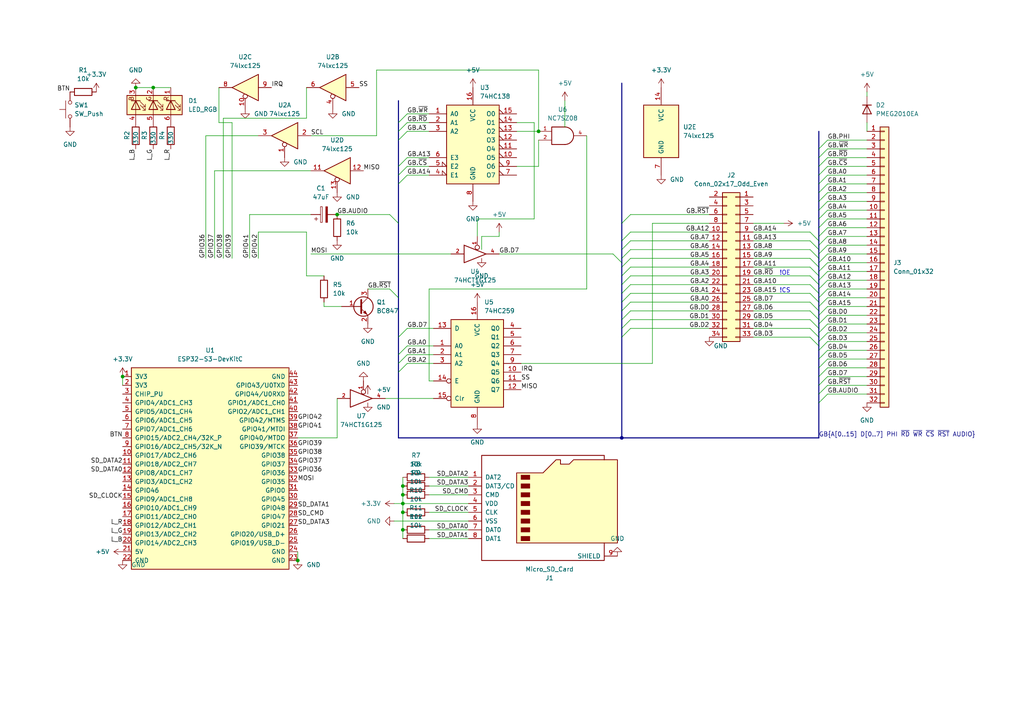
<source format=kicad_sch>
(kicad_sch (version 20211123) (generator eeschema)
  (paper "A4")
  (title_block (rev "2.0"))
  (lib_symbols
    (symbol "74xGxx:74AHC1G125" (pin_names (offset 1.016))
      (property "Reference" "U" (at -2.54 3.81 0))
      (property "Value" "74AHC1G125" (at 0 -3.81 0))
      (symbol "74AHC1G125_1_1"
        (pin input inverted (at 0 5.08 270) (length 3.81) (name "~") (number "1"))
        (pin input line (at -7.62 0 0) (length 3.81) (name "~") (number "2"))
        (pin power_in line (at 1.27 -1.27 270) (length 0) hide (name "GND") (number "3"))
        (pin tri_state line (at 6.35 0 180) (length 3.81) (name "~") (number "4"))
        (pin power_in line (at 1.27 1.27 90) (length 0) hide (name "VCC") (number "5"))
      )
    )
    (symbol "74xGxx:74AHCT1G08" (pin_names (offset 1.016))
      (property "Reference" "U" (at -2.54 3.81 0))
      (property "Value" "74AHCT1G08" (at 0 -3.81 0))
      (symbol "74AHCT1G08_1_1"
        (pin input line (at -7.62 1.27 0) (length 3.81) (name "~") (number "1"))
        (pin input line (at -7.62 -1.27 0) (length 3.81) (name "~") (number "2"))
        (pin power_in line (at 0 -2.54 270) (length 0) hide (name "GND") (number "3"))
        (pin output line (at 6.35 0 180) (length 3.81) (name "~") (number "4"))
        (pin power_in line (at 0 2.54 90) (length 0) hide (name "VCC") (number "5"))
      )
    )
    (symbol "74xx:74LS125" (pin_names (offset 1.016))
      (property "Reference" "U" (at 0 1.27 0))
      (property "Value" "74LS125" (at 0 -1.27 0))
      (symbol "74LS125_1_0"
        (pin input inverted (at 0 -6.35 90) (length 4.445) (name "~") (number "1"))
        (pin input line (at -7.62 0 0) (length 3.81) (name "~") (number "2"))
        (pin tri_state line (at 7.62 0 180) (length 3.81) (name "~") (number "3"))
      )
      (symbol "74LS125_2_0"
        (pin input inverted (at 0 -6.35 90) (length 4.445) (name "~") (number "4"))
        (pin input line (at -7.62 0 0) (length 3.81) (name "~") (number "5"))
        (pin tri_state line (at 7.62 0 180) (length 3.81) (name "~") (number "6"))
      )
      (symbol "74LS125_3_0"
        (pin input inverted (at 0 -6.35 90) (length 4.445) (name "~") (number "10"))
        (pin tri_state line (at 7.62 0 180) (length 3.81) (name "~") (number "8"))
        (pin input line (at -7.62 0 0) (length 3.81) (name "~") (number "9"))
      )
      (symbol "74LS125_4_0"
        (pin tri_state line (at 7.62 0 180) (length 3.81) (name "~") (number "11"))
        (pin input line (at -7.62 0 0) (length 3.81) (name "~") (number "12"))
        (pin input inverted (at 0 -6.35 90) (length 4.445) (name "~") (number "13"))
      )
      (symbol "74LS125_5_0"
        (pin power_in line (at 0 12.7 270) (length 5.08) (name "VCC") (number "14"))
        (pin power_in line (at 0 -12.7 90) (length 5.08) (name "GND") (number "7"))
      )
    )
    (symbol "74xx:74LS138" (pin_names (offset 1.016))
      (property "Reference" "U" (at -7.62 11.43 0))
      (property "Value" "74LS138" (at -7.62 -13.97 0))
      (symbol "74LS138_1_0"
        (pin input line (at -12.7 7.62 0) (length 5.08) (name "A0") (number "1"))
        (pin output output_low (at 12.7 -5.08 180) (length 5.08) (name "O5") (number "10"))
        (pin output output_low (at 12.7 -2.54 180) (length 5.08) (name "O4") (number "11"))
        (pin output output_low (at 12.7 0 180) (length 5.08) (name "O3") (number "12"))
        (pin output output_low (at 12.7 2.54 180) (length 5.08) (name "O2") (number "13"))
        (pin output output_low (at 12.7 5.08 180) (length 5.08) (name "O1") (number "14"))
        (pin output output_low (at 12.7 7.62 180) (length 5.08) (name "O0") (number "15"))
        (pin power_in line (at 0 15.24 270) (length 5.08) (name "VCC") (number "16"))
        (pin input line (at -12.7 5.08 0) (length 5.08) (name "A1") (number "2"))
        (pin input line (at -12.7 2.54 0) (length 5.08) (name "A2") (number "3"))
        (pin input input_low (at -12.7 -10.16 0) (length 5.08) (name "E1") (number "4"))
        (pin input input_low (at -12.7 -7.62 0) (length 5.08) (name "E2") (number "5"))
        (pin input line (at -12.7 -5.08 0) (length 5.08) (name "E3") (number "6"))
        (pin output output_low (at 12.7 -10.16 180) (length 5.08) (name "O7") (number "7"))
        (pin power_in line (at 0 -17.78 90) (length 5.08) (name "GND") (number "8"))
        (pin output output_low (at 12.7 -7.62 180) (length 5.08) (name "O6") (number "9"))
      )
    )
    (symbol "74xx:74LS259" (pin_names (offset 1.016))
      (property "Reference" "U" (at -7.62 13.97 0))
      (property "Value" "74LS259" (at -7.62 -13.97 0))
      (symbol "74LS259_1_0"
        (pin input line (at -12.7 5.08 0) (length 5.08) (name "A0") (number "1"))
        (pin output line (at 12.7 -2.54 180) (length 5.08) (name "Q5") (number "10"))
        (pin output line (at 12.7 -5.08 180) (length 5.08) (name "Q6") (number "11"))
        (pin output line (at 12.7 -7.62 180) (length 5.08) (name "Q7") (number "12"))
        (pin input line (at -12.7 10.16 0) (length 5.08) (name "D") (number "13"))
        (pin input inverted (at -12.7 -5.08 0) (length 5.08) (name "E") (number "14"))
        (pin input inverted (at -12.7 -10.16 0) (length 5.08) (name "Clr") (number "15"))
        (pin power_in line (at 0 17.78 270) (length 5.08) (name "VCC") (number "16"))
        (pin input line (at -12.7 2.54 0) (length 5.08) (name "A1") (number "2"))
        (pin input line (at -12.7 0 0) (length 5.08) (name "A2") (number "3"))
        (pin output line (at 12.7 10.16 180) (length 5.08) (name "Q0") (number "4"))
        (pin output line (at 12.7 7.62 180) (length 5.08) (name "Q1") (number "5"))
        (pin output line (at 12.7 5.08 180) (length 5.08) (name "Q2") (number "6"))
        (pin output line (at 12.7 2.54 180) (length 5.08) (name "Q3") (number "7"))
        (pin power_in line (at 0 -17.78 90) (length 5.08) (name "GND") (number "8"))
        (pin output line (at 12.7 0 180) (length 5.08) (name "Q4") (number "9"))
      )
    )
    (symbol "Connector:Micro_SD_Card" (pin_names (offset 1.016))
      (property "Reference" "J" (at -16.51 15.24 0))
      (property "Value" "Micro_SD_Card" (at 16.51 15.24 0))
      (symbol "Micro_SD_Card_1_1"
        (pin bidirectional line (at -22.86 7.62 0) (length 3.81) (name "DAT2") (number "1"))
        (pin bidirectional line (at -22.86 5.08 0) (length 3.81) (name "DAT3/CD") (number "2"))
        (pin input line (at -22.86 2.54 0) (length 3.81) (name "CMD") (number "3"))
        (pin power_in line (at -22.86 0 0) (length 3.81) (name "VDD") (number "4"))
        (pin input line (at -22.86 -2.54 0) (length 3.81) (name "CLK") (number "5"))
        (pin power_in line (at -22.86 -5.08 0) (length 3.81) (name "VSS") (number "6"))
        (pin bidirectional line (at -22.86 -7.62 0) (length 3.81) (name "DAT0") (number "7"))
        (pin bidirectional line (at -22.86 -10.16 0) (length 3.81) (name "DAT1") (number "8"))
        (pin passive line (at 20.32 -15.24 180) (length 3.81) (name "SHIELD") (number "9"))
      )
    )
    (symbol "Connector_Generic:Conn_01x32" (pin_names (offset 1.016) hide)
      (property "Reference" "J" (at 0 40.64 0))
      (property "Value" "Conn_01x32" (at 0 -43.18 0))
      (symbol "Conn_01x32_1_1"
        (pin passive line (at -5.08 38.1 0) (length 3.81) (name "Pin_1") (number "1"))
        (pin passive line (at -5.08 15.24 0) (length 3.81) (name "Pin_10") (number "10"))
        (pin passive line (at -5.08 12.7 0) (length 3.81) (name "Pin_11") (number "11"))
        (pin passive line (at -5.08 10.16 0) (length 3.81) (name "Pin_12") (number "12"))
        (pin passive line (at -5.08 7.62 0) (length 3.81) (name "Pin_13") (number "13"))
        (pin passive line (at -5.08 5.08 0) (length 3.81) (name "Pin_14") (number "14"))
        (pin passive line (at -5.08 2.54 0) (length 3.81) (name "Pin_15") (number "15"))
        (pin passive line (at -5.08 0 0) (length 3.81) (name "Pin_16") (number "16"))
        (pin passive line (at -5.08 -2.54 0) (length 3.81) (name "Pin_17") (number "17"))
        (pin passive line (at -5.08 -5.08 0) (length 3.81) (name "Pin_18") (number "18"))
        (pin passive line (at -5.08 -7.62 0) (length 3.81) (name "Pin_19") (number "19"))
        (pin passive line (at -5.08 35.56 0) (length 3.81) (name "Pin_2") (number "2"))
        (pin passive line (at -5.08 -10.16 0) (length 3.81) (name "Pin_20") (number "20"))
        (pin passive line (at -5.08 -12.7 0) (length 3.81) (name "Pin_21") (number "21"))
        (pin passive line (at -5.08 -15.24 0) (length 3.81) (name "Pin_22") (number "22"))
        (pin passive line (at -5.08 -17.78 0) (length 3.81) (name "Pin_23") (number "23"))
        (pin passive line (at -5.08 -20.32 0) (length 3.81) (name "Pin_24") (number "24"))
        (pin passive line (at -5.08 -22.86 0) (length 3.81) (name "Pin_25") (number "25"))
        (pin passive line (at -5.08 -25.4 0) (length 3.81) (name "Pin_26") (number "26"))
        (pin passive line (at -5.08 -27.94 0) (length 3.81) (name "Pin_27") (number "27"))
        (pin passive line (at -5.08 -30.48 0) (length 3.81) (name "Pin_28") (number "28"))
        (pin passive line (at -5.08 -33.02 0) (length 3.81) (name "Pin_29") (number "29"))
        (pin passive line (at -5.08 33.02 0) (length 3.81) (name "Pin_3") (number "3"))
        (pin passive line (at -5.08 -35.56 0) (length 3.81) (name "Pin_30") (number "30"))
        (pin passive line (at -5.08 -38.1 0) (length 3.81) (name "Pin_31") (number "31"))
        (pin passive line (at -5.08 -40.64 0) (length 3.81) (name "Pin_32") (number "32"))
        (pin passive line (at -5.08 30.48 0) (length 3.81) (name "Pin_4") (number "4"))
        (pin passive line (at -5.08 27.94 0) (length 3.81) (name "Pin_5") (number "5"))
        (pin passive line (at -5.08 25.4 0) (length 3.81) (name "Pin_6") (number "6"))
        (pin passive line (at -5.08 22.86 0) (length 3.81) (name "Pin_7") (number "7"))
        (pin passive line (at -5.08 20.32 0) (length 3.81) (name "Pin_8") (number "8"))
        (pin passive line (at -5.08 17.78 0) (length 3.81) (name "Pin_9") (number "9"))
      )
    )
    (symbol "Connector_Generic:Conn_02x17_Odd_Even" (pin_names (offset 1.016) hide)
      (property "Reference" "J" (at 1.27 22.86 0))
      (property "Value" "Conn_02x17_Odd_Even" (at 1.27 -22.86 0))
      (symbol "Conn_02x17_Odd_Even_1_1"
        (pin passive line (at -5.08 20.32 0) (length 3.81) (name "Pin_1") (number "1"))
        (pin passive line (at 7.62 10.16 180) (length 3.81) (name "Pin_10") (number "10"))
        (pin passive line (at -5.08 7.62 0) (length 3.81) (name "Pin_11") (number "11"))
        (pin passive line (at 7.62 7.62 180) (length 3.81) (name "Pin_12") (number "12"))
        (pin passive line (at -5.08 5.08 0) (length 3.81) (name "Pin_13") (number "13"))
        (pin passive line (at 7.62 5.08 180) (length 3.81) (name "Pin_14") (number "14"))
        (pin passive line (at -5.08 2.54 0) (length 3.81) (name "Pin_15") (number "15"))
        (pin passive line (at 7.62 2.54 180) (length 3.81) (name "Pin_16") (number "16"))
        (pin passive line (at -5.08 0 0) (length 3.81) (name "Pin_17") (number "17"))
        (pin passive line (at 7.62 0 180) (length 3.81) (name "Pin_18") (number "18"))
        (pin passive line (at -5.08 -2.54 0) (length 3.81) (name "Pin_19") (number "19"))
        (pin passive line (at 7.62 20.32 180) (length 3.81) (name "Pin_2") (number "2"))
        (pin passive line (at 7.62 -2.54 180) (length 3.81) (name "Pin_20") (number "20"))
        (pin passive line (at -5.08 -5.08 0) (length 3.81) (name "Pin_21") (number "21"))
        (pin passive line (at 7.62 -5.08 180) (length 3.81) (name "Pin_22") (number "22"))
        (pin passive line (at -5.08 -7.62 0) (length 3.81) (name "Pin_23") (number "23"))
        (pin passive line (at 7.62 -7.62 180) (length 3.81) (name "Pin_24") (number "24"))
        (pin passive line (at -5.08 -10.16 0) (length 3.81) (name "Pin_25") (number "25"))
        (pin passive line (at 7.62 -10.16 180) (length 3.81) (name "Pin_26") (number "26"))
        (pin passive line (at -5.08 -12.7 0) (length 3.81) (name "Pin_27") (number "27"))
        (pin passive line (at 7.62 -12.7 180) (length 3.81) (name "Pin_28") (number "28"))
        (pin passive line (at -5.08 -15.24 0) (length 3.81) (name "Pin_29") (number "29"))
        (pin passive line (at -5.08 17.78 0) (length 3.81) (name "Pin_3") (number "3"))
        (pin passive line (at 7.62 -15.24 180) (length 3.81) (name "Pin_30") (number "30"))
        (pin passive line (at -5.08 -17.78 0) (length 3.81) (name "Pin_31") (number "31"))
        (pin passive line (at 7.62 -17.78 180) (length 3.81) (name "Pin_32") (number "32"))
        (pin passive line (at -5.08 -20.32 0) (length 3.81) (name "Pin_33") (number "33"))
        (pin passive line (at 7.62 -20.32 180) (length 3.81) (name "Pin_34") (number "34"))
        (pin passive line (at 7.62 17.78 180) (length 3.81) (name "Pin_4") (number "4"))
        (pin passive line (at -5.08 15.24 0) (length 3.81) (name "Pin_5") (number "5"))
        (pin passive line (at 7.62 15.24 180) (length 3.81) (name "Pin_6") (number "6"))
        (pin passive line (at -5.08 12.7 0) (length 3.81) (name "Pin_7") (number "7"))
        (pin passive line (at 7.62 12.7 180) (length 3.81) (name "Pin_8") (number "8"))
        (pin passive line (at -5.08 10.16 0) (length 3.81) (name "Pin_9") (number "9"))
      )
    )
    (symbol "Device:C_Polarized" (pin_numbers hide) (pin_names (offset 0.254))
      (property "Reference" "C" (at 0.635 2.54 0))
      (property "Value" "C_Polarized" (at 0.635 -2.54 0))
      (symbol "C_Polarized_1_1"
        (pin passive line (at 0 3.81 270) (length 2.794) (name "~") (number "1"))
        (pin passive line (at 0 -3.81 90) (length 2.794) (name "~") (number "2"))
      )
    )
    (symbol "Device:D" (pin_numbers hide) (pin_names (offset 1.016) hide)
      (property "Reference" "D" (at 0 2.54 0))
      (property "Value" "D" (at 0 -2.54 0))
      (symbol "D_1_1"
        (pin passive line (at -3.81 0 0) (length 2.54) (name "K") (number "1"))
        (pin passive line (at 3.81 0 180) (length 2.54) (name "A") (number "2"))
      )
    )
    (symbol "Device:LED_RGB" (pin_names (offset 0) hide)
      (property "Reference" "D" (at 0 9.398 0))
      (property "Value" "LED_RGB" (at 0 -8.89 0))
      (symbol "LED_RGB_0_0"
        (text "B" (at -1.905 -6.35 0) (effects (font (size 1.27 1.27))))
        (text "G" (at -1.905 -1.27 0) (effects (font (size 1.27 1.27))))
        (text "R" (at -1.905 3.81 0) (effects (font (size 1.27 1.27))))
      )
      (symbol "LED_RGB_1_1"
        (pin passive line (at -5.08 5.08 0) (length 2.54) (name "RK") (number "1"))
        (pin passive line (at -5.08 0 0) (length 2.54) (name "GK") (number "2"))
        (pin passive line (at -5.08 -5.08 0) (length 2.54) (name "BK") (number "3"))
        (pin passive line (at 5.08 -5.08 180) (length 2.54) (name "BA") (number "4"))
        (pin passive line (at 5.08 0 180) (length 2.54) (name "GA") (number "5"))
        (pin passive line (at 5.08 5.08 180) (length 2.54) (name "RA") (number "6"))
      )
    )
    (symbol "Device:R" (pin_numbers hide) (pin_names (offset 0))
      (property "Reference" "R" (at 2.032 0 90))
      (property "Value" "R" (at 0 0 90))
      (symbol "R_1_1"
        (pin passive line (at 0 3.81 270) (length 1.27) (name "~") (number "1"))
        (pin passive line (at 0 -3.81 90) (length 1.27) (name "~") (number "2"))
      )
    )
    (symbol "Espressif:ESP32-S3-DevKitC" (pin_names (offset 1.016))
      (property "Reference" "U" (at -22.86 33.02 0))
      (property "Value" "ESP32-S3-DevKitC" (at -22.86 30.48 0))
      (symbol "ESP32-S3-DevKitC_0_0"
        (pin bidirectional line (at -25.4 -7.62 0) (length 2.54) (name "GPIO46") (number "14"))
        (pin bidirectional line (at -25.4 -20.32 0) (length 2.54) (name "GPIO13/ADC2_CH2") (number "19"))
        (pin power_in line (at -25.4 22.86 0) (length 2.54) (name "3V3") (number "2"))
        (pin bidirectional line (at 25.4 12.7 180) (length 2.54) (name "GPIO42/MTMS") (number "39"))
        (pin bidirectional line (at 25.4 15.24 180) (length 2.54) (name "GPIO2/ADC1_CH1") (number "40"))
        (pin bidirectional line (at 25.4 17.78 180) (length 2.54) (name "GPIO1/ADC1_CH0") (number "41"))
        (pin bidirectional line (at 25.4 20.32 180) (length 2.54) (name "GPIO44/U0RXD") (number "42"))
        (pin bidirectional line (at 25.4 22.86 180) (length 2.54) (name "GPIO43/U0TXD") (number "43"))
        (pin power_in line (at 25.4 25.4 180) (length 2.54) (name "GND") (number "44"))
      )
      (symbol "ESP32-S3-DevKitC_1_1"
        (pin power_in line (at -25.4 25.4 0) (length 2.54) (name "3V3") (number "1"))
        (pin bidirectional line (at -25.4 2.54 0) (length 2.54) (name "GPIO17/ADC2_CH6") (number "10"))
        (pin bidirectional line (at -25.4 0 0) (length 2.54) (name "GPIO18/ADC2_CH7") (number "11"))
        (pin bidirectional line (at -25.4 -2.54 0) (length 2.54) (name "GPIO8/ADC1_CH7") (number "12"))
        (pin bidirectional line (at -25.4 -5.08 0) (length 2.54) (name "GPIO3/ADC1_CH2") (number "13"))
        (pin bidirectional line (at -25.4 -10.16 0) (length 2.54) (name "GPIO9/ADC1_CH8") (number "15"))
        (pin bidirectional line (at -25.4 -12.7 0) (length 2.54) (name "GPIO10/ADC1_CH9") (number "16"))
        (pin bidirectional line (at -25.4 -15.24 0) (length 2.54) (name "GPIO11/ADC2_CH0") (number "17"))
        (pin bidirectional line (at -25.4 -17.78 0) (length 2.54) (name "GPIO12/ADC2_CH1") (number "18"))
        (pin bidirectional line (at -25.4 -22.86 0) (length 2.54) (name "GPIO14/ADC2_CH3") (number "20"))
        (pin power_in line (at -25.4 -25.4 0) (length 2.54) (name "5V") (number "21"))
        (pin power_in line (at -25.4 -27.94 0) (length 2.54) (name "GND") (number "22"))
        (pin power_in line (at 25.4 -27.94 180) (length 2.54) (name "GND") (number "23"))
        (pin power_in line (at 25.4 -25.4 180) (length 2.54) (name "GND") (number "24"))
        (pin bidirectional line (at 25.4 -22.86 180) (length 2.54) (name "GPIO19/USB_D-") (number "25"))
        (pin bidirectional line (at 25.4 -20.32 180) (length 2.54) (name "GPIO20/USB_D+") (number "26"))
        (pin bidirectional line (at 25.4 -17.78 180) (length 2.54) (name "GPIO21") (number "27"))
        (pin bidirectional line (at 25.4 -15.24 180) (length 2.54) (name "GPIO47") (number "28"))
        (pin bidirectional line (at 25.4 -12.7 180) (length 2.54) (name "GPIO48") (number "29"))
        (pin input line (at -25.4 20.32 0) (length 2.54) (name "CHIP_PU") (number "3"))
        (pin bidirectional line (at 25.4 -10.16 180) (length 2.54) (name "GPIO45") (number "30"))
        (pin bidirectional line (at 25.4 -7.62 180) (length 2.54) (name "GPIO0") (number "31"))
        (pin bidirectional line (at 25.4 -5.08 180) (length 2.54) (name "GPIO35") (number "32"))
        (pin bidirectional line (at 25.4 -2.54 180) (length 2.54) (name "GPIO36") (number "33"))
        (pin bidirectional line (at 25.4 0 180) (length 2.54) (name "GPIO37") (number "34"))
        (pin bidirectional line (at 25.4 2.54 180) (length 2.54) (name "GPIO38") (number "35"))
        (pin bidirectional line (at 25.4 5.08 180) (length 2.54) (name "GPIO39/MTCK") (number "36"))
        (pin bidirectional line (at 25.4 7.62 180) (length 2.54) (name "GPIO40/MTDO") (number "37"))
        (pin bidirectional line (at 25.4 10.16 180) (length 2.54) (name "GPIO41/MTDI") (number "38"))
        (pin bidirectional line (at -25.4 17.78 0) (length 2.54) (name "GPIO4/ADC1_CH3") (number "4"))
        (pin bidirectional line (at -25.4 15.24 0) (length 2.54) (name "GPIO5/ADC1_CH4") (number "5"))
        (pin bidirectional line (at -25.4 12.7 0) (length 2.54) (name "GPIO6/ADC1_CH5") (number "6"))
        (pin bidirectional line (at -25.4 10.16 0) (length 2.54) (name "GPIO7/ADC1_CH6") (number "7"))
        (pin bidirectional line (at -25.4 7.62 0) (length 2.54) (name "GPIO15/ADC2_CH4/32K_P") (number "8"))
        (pin bidirectional line (at -25.4 5.08 0) (length 2.54) (name "GPIO16/ADC2_CH5/32K_N") (number "9"))
      )
    )
    (symbol "Switch:SW_Push" (pin_numbers hide) (pin_names (offset 1.016) hide)
      (property "Reference" "SW" (at 1.27 2.54 0))
      (property "Value" "SW_Push" (at 0 -1.524 0))
      (symbol "SW_Push_0_1"
        (pin passive line (at -5.08 0 0) (length 2.54) (name "1") (number "1"))
        (pin passive line (at 5.08 0 180) (length 2.54) (name "2") (number "2"))
      )
    )
    (symbol "Transistor_BJT:BC847" (pin_names (offset 0) hide)
      (property "Reference" "Q" (at 5.08 1.905 0))
      (property "Value" "BC847" (at 5.08 0 0))
      (symbol "BC847_1_1"
        (pin input line (at -5.08 0 0) (length 5.715) (name "B") (number "1"))
        (pin passive line (at 2.54 -5.08 90) (length 2.54) (name "E") (number "2"))
        (pin passive line (at 2.54 5.08 270) (length 2.54) (name "C") (number "3"))
      )
    )
    (symbol "power:+3.3V" (power) (pin_names (offset 0))
      (property "Value" "+3.3V" (at 0 3.556 0))
      (symbol "+3.3V_1_1"
        (pin power_in line (at 0 0 90) (length 0) hide (name "+3.3V") (number "1"))
      )
    )
    (symbol "power:+5V" (power) (pin_names (offset 0))
      (property "Value" "+5V" (at 0 3.556 0))
      (symbol "+5V_1_1"
        (pin power_in line (at 0 0 90) (length 0) hide (name "+5V") (number "1"))
      )
    )
    (symbol "power:GND" (power) (pin_names (offset 0))
      (property "Value" "GND" (at 0 -3.81 0))
      (symbol "GND_1_1"
        (pin power_in line (at 0 0 270) (length 0) hide (name "GND") (number "1"))
      )
    )
  )
  (junction (at 44.45 25.4))
  (junction (at 116.84 140.97))
  (junction (at 180.34 127))
  (junction (at 97.79 62.23))
  (junction (at 116.84 143.51))
  (junction (at 116.84 148.59))
  (junction (at 156.21 38.1))
  (junction (at 35.56 109.22))
  (junction (at 86.36 162.56))
  (junction (at 39.37 25.4))
  (junction (at 116.84 153.67))
  (junction (at 116.84 146.05))
  (bus_entry (at 115.57 64.77) (size -2.54 -2.54))
  (bus_entry (at 115.57 48.26) (size 2.54 -2.54))
  (bus_entry (at 115.57 35.56) (size 2.54 -2.54))
  (bus_entry (at 237.49 74.93) (size -2.54 -2.54))
  (bus_entry (at 237.49 90.17) (size -2.54 -2.54))
  (bus_entry (at 237.49 50.8) (size 2.54 -2.54))
  (bus_entry (at 237.49 76.2) (size 2.54 -2.54))
  (bus_entry (at 237.49 82.55) (size -2.54 -2.54))
  (bus_entry (at 237.49 101.6) (size 2.54 -2.54))
  (bus_entry (at 115.57 97.79) (size 2.54 -2.54))
  (bus_entry (at 180.34 80.01) (size 2.54 -2.54))
  (bus_entry (at 180.34 64.77) (size 2.54 -2.54))
  (bus_entry (at 180.34 77.47) (size 2.54 -2.54))
  (bus_entry (at 237.49 69.85) (size -2.54 -2.54))
  (bus_entry (at 180.34 85.09) (size 2.54 -2.54))
  (bus_entry (at 237.49 73.66) (size 2.54 -2.54))
  (bus_entry (at 237.49 77.47) (size -2.54 -2.54))
  (bus_entry (at 237.49 83.82) (size 2.54 -2.54))
  (bus_entry (at 115.57 107.95) (size 2.54 -2.54))
  (bus_entry (at 237.49 60.96) (size 2.54 -2.54))
  (bus_entry (at 237.49 109.22) (size 2.54 -2.54))
  (bus_entry (at 237.49 99.06) (size 2.54 -2.54))
  (bus_entry (at 115.57 53.34) (size 2.54 -2.54))
  (bus_entry (at 237.49 45.72) (size 2.54 -2.54))
  (bus_entry (at 115.57 40.64) (size 2.54 -2.54))
  (bus_entry (at 237.49 100.33) (size -2.54 -2.54))
  (bus_entry (at 237.49 48.26) (size 2.54 -2.54))
  (bus_entry (at 180.34 82.55) (size 2.54 -2.54))
  (bus_entry (at 237.49 93.98) (size 2.54 -2.54))
  (bus_entry (at 237.49 87.63) (size -2.54 -2.54))
  (bus_entry (at 115.57 38.1) (size 2.54 -2.54))
  (bus_entry (at 237.49 96.52) (size 2.54 -2.54))
  (bus_entry (at 115.57 102.87) (size 2.54 -2.54))
  (bus_entry (at 237.49 97.79) (size -2.54 -2.54))
  (bus_entry (at 237.49 58.42) (size 2.54 -2.54))
  (bus_entry (at 115.57 105.41) (size 2.54 -2.54))
  (bus_entry (at 237.49 63.5) (size 2.54 -2.54))
  (bus_entry (at 180.34 72.39) (size 2.54 -2.54))
  (bus_entry (at 237.49 104.14) (size 2.54 -2.54))
  (bus_entry (at 237.49 95.25) (size -2.54 -2.54))
  (bus_entry (at 237.49 106.68) (size 2.54 -2.54))
  (bus_entry (at 237.49 92.71) (size -2.54 -2.54))
  (bus_entry (at 237.49 111.76) (size 2.54 -2.54))
  (bus_entry (at 180.34 74.93) (size 2.54 -2.54))
  (bus_entry (at 237.49 68.58) (size 2.54 -2.54))
  (bus_entry (at 237.49 43.18) (size 2.54 -2.54))
  (bus_entry (at 237.49 72.39) (size -2.54 -2.54))
  (bus_entry (at 237.49 116.84) (size 2.54 -2.54))
  (bus_entry (at 237.49 81.28) (size 2.54 -2.54))
  (bus_entry (at 237.49 88.9) (size 2.54 -2.54))
  (bus_entry (at 180.34 92.71) (size 2.54 -2.54))
  (bus_entry (at 180.34 97.79) (size 2.54 -2.54))
  (bus_entry (at 237.49 55.88) (size 2.54 -2.54))
  (bus_entry (at 237.49 85.09) (size -2.54 -2.54))
  (bus_entry (at 180.34 69.85) (size 2.54 -2.54))
  (bus_entry (at 180.34 87.63) (size 2.54 -2.54))
  (bus_entry (at 237.49 91.44) (size 2.54 -2.54))
  (bus_entry (at 237.49 86.36) (size 2.54 -2.54))
  (bus_entry (at 115.57 50.8) (size 2.54 -2.54))
  (bus_entry (at 237.49 78.74) (size 2.54 -2.54))
  (bus_entry (at 180.34 90.17) (size 2.54 -2.54))
  (bus_entry (at 180.34 95.25) (size 2.54 -2.54))
  (bus_entry (at 237.49 114.3) (size 2.54 -2.54))
  (bus_entry (at 237.49 80.01) (size -2.54 -2.54))
  (bus_entry (at 180.34 76.2) (size -2.54 -2.54))
  (bus_entry (at 237.49 71.12) (size 2.54 -2.54))
  (bus_entry (at 237.49 53.34) (size 2.54 -2.54))
  (bus_entry (at 115.57 86.36) (size -2.54 -2.54))
  (bus_entry (at 237.49 66.04) (size 2.54 -2.54))
  (bus (pts (xy 115.57 29.21) (xy 115.57 35.56)))
  (bus (pts (xy 180.34 85.09) (xy 180.34 87.63)))
  (wire (pts (xy 218.44 69.85) (xy 234.95 69.85)))
  (bus (pts (xy 237.49 50.8) (xy 237.49 53.34)))
  (wire (pts (xy 138.43 63.5) (xy 138.43 68.58)))
  (wire (pts (xy 63.5 25.4) (xy 63.5 35.56)))
  (wire (pts (xy 114.3 151.13) (xy 135.89 151.13)))
  (bus (pts (xy 237.49 88.9) (xy 237.49 90.17)))
  (wire (pts (xy 118.11 35.56) (xy 124.46 35.56)))
  (wire (pts (xy 35.56 109.22) (xy 35.56 111.76)))
  (wire (pts (xy 218.44 77.47) (xy 234.95 77.47)))
  (wire (pts (xy 124.46 110.49) (xy 125.73 110.49)))
  (bus (pts (xy 237.49 87.63) (xy 237.49 88.9)))
  (bus (pts (xy 237.49 85.09) (xy 237.49 86.36)))
  (bus (pts (xy 115.57 102.87) (xy 115.57 105.41)))
  (wire (pts (xy 116.84 148.59) (xy 116.84 153.67)))
  (wire (pts (xy 149.86 48.26) (xy 156.21 48.26)))
  (wire (pts (xy 118.11 50.8) (xy 124.46 50.8)))
  (wire (pts (xy 90.17 73.66) (xy 130.81 73.66)))
  (wire (pts (xy 124.46 148.59) (xy 135.89 148.59)))
  (wire (pts (xy 240.03 104.14) (xy 251.46 104.14)))
  (wire (pts (xy 88.9 25.4) (xy 88.9 34.29)))
  (bus (pts (xy 180.34 90.17) (xy 180.34 92.71)))
  (wire (pts (xy 240.03 60.96) (xy 251.46 60.96)))
  (bus (pts (xy 115.57 86.36) (xy 115.57 97.79)))
  (wire (pts (xy 93.98 88.9) (xy 93.98 87.63)))
  (bus (pts (xy 237.49 83.82) (xy 237.49 85.09)))
  (bus (pts (xy 115.57 53.34) (xy 115.57 64.77)))
  (bus (pts (xy 237.49 93.98) (xy 237.49 95.25)))
  (wire (pts (xy 154.94 35.56) (xy 154.94 63.5)))
  (wire (pts (xy 97.79 115.57) (xy 97.79 127)))
  (bus (pts (xy 237.49 96.52) (xy 237.49 97.79)))
  (bus (pts (xy 180.34 69.85) (xy 180.34 72.39)))
  (wire (pts (xy 116.84 143.51) (xy 116.84 146.05)))
  (bus (pts (xy 237.49 127) (xy 180.34 127)))
  (wire (pts (xy 182.88 82.55) (xy 205.74 82.55)))
  (wire (pts (xy 240.03 99.06) (xy 251.46 99.06)))
  (wire (pts (xy 114.3 146.05) (xy 116.84 146.05)))
  (wire (pts (xy 67.31 35.56) (xy 67.31 74.93)))
  (wire (pts (xy 240.03 45.72) (xy 251.46 45.72)))
  (wire (pts (xy 44.45 25.4) (xy 49.53 25.4)))
  (wire (pts (xy 116.84 138.43) (xy 116.84 140.97)))
  (wire (pts (xy 88.9 67.31) (xy 74.93 67.31)))
  (bus (pts (xy 237.49 58.42) (xy 237.49 60.96)))
  (wire (pts (xy 240.03 40.64) (xy 251.46 40.64)))
  (wire (pts (xy 240.03 114.3) (xy 251.46 114.3)))
  (wire (pts (xy 240.03 101.6) (xy 251.46 101.6)))
  (bus (pts (xy 180.34 74.93) (xy 180.34 76.2)))
  (bus (pts (xy 180.34 76.2) (xy 180.34 77.47)))
  (wire (pts (xy 90.17 39.37) (xy 109.22 39.37)))
  (bus (pts (xy 237.49 92.71) (xy 237.49 93.98)))
  (wire (pts (xy 144.78 73.66) (xy 177.8 73.66)))
  (wire (pts (xy 156.21 40.64) (xy 156.21 48.26)))
  (wire (pts (xy 182.88 69.85) (xy 205.74 69.85)))
  (wire (pts (xy 88.9 34.29) (xy 64.77 34.29)))
  (wire (pts (xy 86.36 160.02) (xy 86.36 162.56)))
  (wire (pts (xy 151.13 105.41) (xy 189.23 105.41)))
  (bus (pts (xy 237.49 101.6) (xy 237.49 104.14)))
  (wire (pts (xy 240.03 50.8) (xy 251.46 50.8)))
  (bus (pts (xy 237.49 48.26) (xy 237.49 50.8)))
  (bus (pts (xy 237.49 72.39) (xy 237.49 73.66)))
  (bus (pts (xy 237.49 86.36) (xy 237.49 87.63)))
  (wire (pts (xy 218.44 97.79) (xy 234.95 97.79)))
  (bus (pts (xy 237.49 91.44) (xy 237.49 92.71)))
  (bus (pts (xy 237.49 68.58) (xy 237.49 69.85)))
  (bus (pts (xy 115.57 35.56) (xy 115.57 38.1)))
  (bus (pts (xy 237.49 116.84) (xy 237.49 127)))
  (wire (pts (xy 118.11 102.87) (xy 125.73 102.87)))
  (wire (pts (xy 90.17 62.23) (xy 72.39 62.23)))
  (wire (pts (xy 74.93 39.37) (xy 59.69 39.37)))
  (wire (pts (xy 118.11 33.02) (xy 124.46 33.02)))
  (bus (pts (xy 180.34 97.79) (xy 180.34 127)))
  (bus (pts (xy 180.34 64.77) (xy 180.34 69.85)))
  (bus (pts (xy 237.49 77.47) (xy 237.49 78.74)))
  (wire (pts (xy 240.03 86.36) (xy 251.46 86.36)))
  (wire (pts (xy 109.22 39.37) (xy 109.22 20.32)))
  (wire (pts (xy 240.03 88.9) (xy 251.46 88.9)))
  (bus (pts (xy 237.49 99.06) (xy 237.49 100.33)))
  (wire (pts (xy 59.69 39.37) (xy 59.69 74.93)))
  (bus (pts (xy 115.57 97.79) (xy 115.57 102.87)))
  (wire (pts (xy 124.46 138.43) (xy 135.89 138.43)))
  (bus (pts (xy 180.34 95.25) (xy 180.34 97.79)))
  (wire (pts (xy 74.93 67.31) (xy 74.93 74.93)))
  (wire (pts (xy 118.11 48.26) (xy 124.46 48.26)))
  (wire (pts (xy 240.03 106.68) (xy 251.46 106.68)))
  (bus (pts (xy 115.57 64.77) (xy 115.57 86.36)))
  (bus (pts (xy 237.49 82.55) (xy 237.49 83.82)))
  (wire (pts (xy 218.44 72.39) (xy 234.95 72.39)))
  (wire (pts (xy 149.86 35.56) (xy 154.94 35.56)))
  (bus (pts (xy 180.34 92.71) (xy 180.34 95.25)))
  (wire (pts (xy 156.21 20.32) (xy 156.21 38.1)))
  (bus (pts (xy 237.49 78.74) (xy 237.49 80.01)))
  (bus (pts (xy 237.49 38.1) (xy 237.49 43.18)))
  (wire (pts (xy 63.5 35.56) (xy 67.31 35.56)))
  (wire (pts (xy 62.23 49.53) (xy 62.23 74.93)))
  (wire (pts (xy 182.88 95.25) (xy 205.74 95.25)))
  (bus (pts (xy 237.49 80.01) (xy 237.49 81.28)))
  (wire (pts (xy 218.44 87.63) (xy 234.95 87.63)))
  (bus (pts (xy 237.49 63.5) (xy 237.49 66.04)))
  (bus (pts (xy 237.49 69.85) (xy 237.49 71.12)))
  (wire (pts (xy 97.79 62.23) (xy 113.03 62.23)))
  (bus (pts (xy 237.49 73.66) (xy 237.49 74.93)))
  (bus (pts (xy 237.49 109.22) (xy 237.49 111.76)))
  (wire (pts (xy 240.03 93.98) (xy 251.46 93.98)))
  (wire (pts (xy 116.84 146.05) (xy 116.84 148.59)))
  (bus (pts (xy 180.34 80.01) (xy 180.34 82.55)))
  (wire (pts (xy 218.44 67.31) (xy 234.95 67.31)))
  (wire (pts (xy 218.44 85.09) (xy 234.95 85.09)))
  (wire (pts (xy 240.03 109.22) (xy 251.46 109.22)))
  (wire (pts (xy 182.88 72.39) (xy 205.74 72.39)))
  (wire (pts (xy 182.88 85.09) (xy 205.74 85.09)))
  (wire (pts (xy 106.68 83.82) (xy 113.03 83.82)))
  (wire (pts (xy 240.03 58.42) (xy 251.46 58.42)))
  (bus (pts (xy 237.49 45.72) (xy 237.49 48.26)))
  (wire (pts (xy 218.44 74.93) (xy 234.95 74.93)))
  (wire (pts (xy 149.86 38.1) (xy 156.21 38.1)))
  (bus (pts (xy 115.57 38.1) (xy 115.57 40.64)))
  (wire (pts (xy 144.78 67.31) (xy 144.78 68.58)))
  (wire (pts (xy 189.23 105.41) (xy 189.23 64.77)))
  (wire (pts (xy 124.46 153.67) (xy 135.89 153.67)))
  (bus (pts (xy 237.49 53.34) (xy 237.49 55.88)))
  (wire (pts (xy 182.88 67.31) (xy 205.74 67.31)))
  (wire (pts (xy 116.84 146.05) (xy 135.89 146.05)))
  (wire (pts (xy 124.46 156.21) (xy 135.89 156.21)))
  (bus (pts (xy 237.49 81.28) (xy 237.49 82.55)))
  (wire (pts (xy 240.03 73.66) (xy 251.46 73.66)))
  (wire (pts (xy 182.88 87.63) (xy 205.74 87.63)))
  (wire (pts (xy 118.11 45.72) (xy 124.46 45.72)))
  (wire (pts (xy 240.03 91.44) (xy 251.46 91.44)))
  (bus (pts (xy 237.49 90.17) (xy 237.49 91.44)))
  (wire (pts (xy 182.88 92.71) (xy 205.74 92.71)))
  (wire (pts (xy 118.11 38.1) (xy 124.46 38.1)))
  (bus (pts (xy 237.49 71.12) (xy 237.49 72.39)))
  (wire (pts (xy 240.03 81.28) (xy 251.46 81.28)))
  (wire (pts (xy 218.44 92.71) (xy 234.95 92.71)))
  (wire (pts (xy 124.46 140.97) (xy 135.89 140.97)))
  (wire (pts (xy 154.94 63.5) (xy 138.43 63.5)))
  (bus (pts (xy 237.49 114.3) (xy 237.49 116.84)))
  (wire (pts (xy 124.46 83.82) (xy 124.46 110.49)))
  (wire (pts (xy 240.03 76.2) (xy 251.46 76.2)))
  (wire (pts (xy 139.7 68.58) (xy 139.7 72.39)))
  (wire (pts (xy 240.03 43.18) (xy 251.46 43.18)))
  (wire (pts (xy 240.03 66.04) (xy 251.46 66.04)))
  (wire (pts (xy 99.06 88.9) (xy 93.98 88.9)))
  (wire (pts (xy 218.44 80.01) (xy 234.95 80.01)))
  (bus (pts (xy 237.49 66.04) (xy 237.49 68.58)))
  (wire (pts (xy 240.03 71.12) (xy 251.46 71.12)))
  (bus (pts (xy 180.34 82.55) (xy 180.34 85.09)))
  (wire (pts (xy 240.03 78.74) (xy 251.46 78.74)))
  (wire (pts (xy 240.03 48.26) (xy 251.46 48.26)))
  (wire (pts (xy 240.03 68.58) (xy 251.46 68.58)))
  (wire (pts (xy 240.03 83.82) (xy 251.46 83.82)))
  (wire (pts (xy 240.03 96.52) (xy 251.46 96.52)))
  (wire (pts (xy 97.79 127) (xy 86.36 127)))
  (bus (pts (xy 115.57 50.8) (xy 115.57 53.34)))
  (bus (pts (xy 237.49 55.88) (xy 237.49 58.42)))
  (wire (pts (xy 118.11 100.33) (xy 125.73 100.33)))
  (bus (pts (xy 115.57 40.64) (xy 115.57 48.26)))
  (wire (pts (xy 124.46 83.82) (xy 170.18 83.82)))
  (wire (pts (xy 118.11 95.25) (xy 125.73 95.25)))
  (wire (pts (xy 111.76 115.57) (xy 125.73 115.57)))
  (wire (pts (xy 39.37 25.4) (xy 44.45 25.4)))
  (bus (pts (xy 115.57 105.41) (xy 115.57 107.95)))
  (wire (pts (xy 240.03 63.5) (xy 251.46 63.5)))
  (wire (pts (xy 64.77 34.29) (xy 64.77 74.93)))
  (wire (pts (xy 218.44 82.55) (xy 234.95 82.55)))
  (bus (pts (xy 115.57 107.95) (xy 115.57 127)))
  (bus (pts (xy 237.49 104.14) (xy 237.49 106.68)))
  (wire (pts (xy 118.11 105.41) (xy 125.73 105.41)))
  (wire (pts (xy 189.23 64.77) (xy 205.74 64.77)))
  (bus (pts (xy 237.49 74.93) (xy 237.49 76.2)))
  (wire (pts (xy 90.17 49.53) (xy 62.23 49.53)))
  (wire (pts (xy 240.03 55.88) (xy 251.46 55.88)))
  (bus (pts (xy 180.34 72.39) (xy 180.34 74.93)))
  (bus (pts (xy 237.49 106.68) (xy 237.49 109.22)))
  (bus (pts (xy 237.49 100.33) (xy 237.49 101.6)))
  (wire (pts (xy 218.44 95.25) (xy 234.95 95.25)))
  (wire (pts (xy 93.98 80.01) (xy 88.9 80.01)))
  (bus (pts (xy 180.34 127) (xy 115.57 127)))
  (bus (pts (xy 237.49 76.2) (xy 237.49 77.47)))
  (wire (pts (xy 182.88 90.17) (xy 205.74 90.17)))
  (wire (pts (xy 116.84 140.97) (xy 116.84 143.51)))
  (wire (pts (xy 240.03 111.76) (xy 251.46 111.76)))
  (wire (pts (xy 124.46 143.51) (xy 135.89 143.51)))
  (bus (pts (xy 180.34 24.13) (xy 180.34 64.77)))
  (bus (pts (xy 115.57 48.26) (xy 115.57 50.8)))
  (wire (pts (xy 251.46 26.67) (xy 251.46 27.94)))
  (wire (pts (xy 116.84 153.67) (xy 116.84 156.21)))
  (wire (pts (xy 170.18 39.37) (xy 170.18 83.82)))
  (wire (pts (xy 109.22 20.32) (xy 156.21 20.32)))
  (bus (pts (xy 180.34 87.63) (xy 180.34 90.17)))
  (wire (pts (xy 182.88 74.93) (xy 205.74 74.93)))
  (wire (pts (xy 163.83 29.21) (xy 163.83 36.83)))
  (bus (pts (xy 237.49 111.76) (xy 237.49 114.3)))
  (wire (pts (xy 88.9 80.01) (xy 88.9 67.31)))
  (wire (pts (xy 182.88 80.01) (xy 205.74 80.01)))
  (wire (pts (xy 182.88 77.47) (xy 205.74 77.47)))
  (bus (pts (xy 237.49 43.18) (xy 237.49 45.72)))
  (bus (pts (xy 237.49 95.25) (xy 237.49 96.52)))
  (bus (pts (xy 237.49 60.96) (xy 237.49 63.5)))
  (wire (pts (xy 72.39 62.23) (xy 72.39 74.93)))
  (wire (pts (xy 218.44 90.17) (xy 234.95 90.17)))
  (bus (pts (xy 237.49 97.79) (xy 237.49 99.06)))
  (wire (pts (xy 144.78 68.58) (xy 139.7 68.58)))
  (wire (pts (xy 227.33 64.77) (xy 218.44 64.77)))
  (wire (pts (xy 240.03 53.34) (xy 251.46 53.34)))
  (bus (pts (xy 180.34 77.47) (xy 180.34 80.01)))
  (wire (pts (xy 182.88 62.23) (xy 205.74 62.23)))
  (wire (pts (xy 251.46 35.56) (xy 251.46 38.1)))
  (text "!OE" (at 226.06 80.01 0) (effects (font (size 1.27 1.27)) (justify left bottom)))
  (text "!CS" (at 226.06 85.09 0) (effects (font (size 1.27 1.27)) (justify left bottom)))
  (label "SD_DATA3" (at 135.89 140.97 180))
  (label "GB.A12" (at 240.03 81.28 0))
  (label "GB.A3" (at 240.03 58.42 0))
  (label "GB.A4" (at 205.74 77.47 180))
  (label "GB.A0" (at 205.74 87.63 180))
  (label "GB.A2" (at 240.03 55.88 0))
  (label "GB.A15" (at 240.03 88.9 0))
  (label "GB.~{WR}" (at 240.03 43.18 0))
  (label "MOSI" (at 90.17 73.66 0))
  (label "GB.D2" (at 205.74 95.25 180))
  (label "GB.D6" (at 240.03 106.68 0))
  (label "MISO" (at 151.13 113.03 0))
  (label "GB.PHI" (at 240.03 40.64 0))
  (label "BTN" (at 35.56 127 180))
  (label "GB.~{RD}" (at 218.44 80.01 0))
  (label "GB.A8" (at 240.03 71.12 0))
  (label "GB.A13" (at 218.44 69.85 0))
  (label "GB.~{RST}" (at 106.68 83.82 0))
  (label "GPIO42" (at 86.36 121.92 0))
  (label "GB.A11" (at 240.03 78.74 0))
  (label "GB.D5" (at 240.03 104.14 0))
  (label "GB.~{RST}" (at 205.74 62.23 180))
  (label "GB.D2" (at 240.03 96.52 0))
  (label "SS" (at 104.14 25.4 0))
  (label "GB.A13" (at 240.03 83.82 0))
  (label "GB.D5" (at 218.44 92.71 0))
  (label "SD_CLOCK" (at 135.89 148.59 180))
  (label "GB.A11" (at 218.44 77.47 0))
  (label "L_G" (at 44.45 43.18 270))
  (label "GB.A12" (at 205.74 67.31 180))
  (label "GB.A1" (at 118.11 102.87 0))
  (label "L_R" (at 35.56 152.4 180))
  (label "GB.D0" (at 205.74 90.17 180))
  (label "GB.D1" (at 205.74 92.71 180))
  (label "GB.A14" (at 218.44 67.31 0))
  (label "GB.A0" (at 118.11 100.33 0))
  (label "SD_DATA2" (at 135.89 138.43 180))
  (label "GB.A2" (at 118.11 105.41 0))
  (label "SD_DATA0" (at 35.56 137.16 180))
  (label "IRQ" (at 151.13 107.95 0))
  (label "L_B" (at 35.56 157.48 180))
  (label "GB.A14" (at 240.03 86.36 0))
  (label "GB.A13" (at 118.11 45.72 0))
  (label "SD_DATA0" (at 135.89 153.67 180))
  (label "MISO" (at 105.41 49.53 0))
  (label "GB.~{RD}" (at 118.11 35.56 0))
  (label "GB.D4" (at 240.03 101.6 0))
  (label "GPIO38" (at 64.77 74.93 90))
  (label "GB.D6" (at 218.44 90.17 0))
  (label "GB.A14" (at 118.11 50.8 0))
  (label "L_G" (at 35.56 154.94 180))
  (label "GB.D0" (at 240.03 91.44 0))
  (label "GB.~{RD}" (at 240.03 45.72 0))
  (label "SS" (at 151.13 110.49 0))
  (label "GB.A6" (at 205.74 72.39 180))
  (label "GB.A7" (at 205.74 69.85 180))
  (label "SCL" (at 90.17 39.37 0))
  (label "GB.D1" (at 240.03 93.98 0))
  (label "SD_CMD" (at 135.89 143.51 180))
  (label "SD_DATA2" (at 35.56 134.62 180))
  (label "GB.D3" (at 218.44 97.79 0))
  (label "L_B" (at 39.37 43.18 270))
  (label "SD_CMD" (at 86.36 149.86 0))
  (label "GPIO37" (at 62.23 74.93 90))
  (label "GB.A5" (at 205.74 74.93 180))
  (label "GPIO38" (at 86.36 132.08 0))
  (label "GB.D7" (at 118.11 95.25 0))
  (label "GPIO41" (at 86.36 124.46 0))
  (label "GB.A3" (at 118.11 38.1 0))
  (label "GB.D7" (at 144.78 73.66 0))
  (label "GB.A2" (at 205.74 82.55 180))
  (label "SD_DATA1" (at 86.36 147.32 0))
  (label "SD_DATA3" (at 86.36 152.4 0))
  (label "GB.AUDIO" (at 97.79 62.23 0))
  (label "GB.A0" (at 240.03 50.8 0))
  (label "GB.A9" (at 240.03 73.66 0))
  (label "GB.A1" (at 240.03 53.34 0))
  (label "GPIO42" (at 74.93 74.93 90))
  (label "GB.D7" (at 240.03 109.22 0))
  (label "SD_DATA1" (at 135.89 156.21 180))
  (label "GPIO37" (at 86.36 134.62 0))
  (label "GB.A6" (at 240.03 66.04 0))
  (label "GPIO36" (at 86.36 137.16 0))
  (label "GB.A3" (at 205.74 80.01 180))
  (label "GB.~{CS}" (at 118.11 48.26 0))
  (label "MOSI" (at 86.36 139.7 0))
  (label "GB.A5" (at 240.03 63.5 0))
  (label "GB.D7" (at 218.44 87.63 0))
  (label "GB{A[0..15] D[0..7] PHI ~{RD} ~{WR} ~{CS} ~{RST} AUDIO} " (at 237.49 127 0))
  (label "GB.~{WR}" (at 118.11 33.02 0))
  (label "GB.A10" (at 218.44 82.55 0))
  (label "BTN" (at 20.32 26.67 180))
  (label "GB.A9" (at 218.44 74.93 0))
  (label "GPIO41" (at 72.39 74.93 90))
  (label "GB.A15" (at 218.44 85.09 0))
  (label "GB.D3" (at 240.03 99.06 0))
  (label "GPIO39" (at 86.36 129.54 0))
  (label "GPIO39" (at 67.31 74.93 90))
  (label "GB.A4" (at 240.03 60.96 0))
  (label "IRQ" (at 78.74 25.4 0))
  (label "L_R" (at 49.53 43.18 270))
  (label "GB.A10" (at 240.03 76.2 0))
  (label "SD_CLOCK" (at 35.56 144.78 180))
  (label "GB.~{RST}" (at 240.03 111.76 0))
  (label "GB.D4" (at 218.44 95.25 0))
  (label "GB.A8" (at 218.44 72.39 0))
  (label "GB.A1" (at 205.74 85.09 180))
  (label "GB.AUDIO" (at 240.03 114.3 0))
  (label "GB.A7" (at 240.03 68.58 0))
  (label "GPIO36" (at 59.69 74.93 90))
  (label "GB.~{CS}" (at 240.03 48.26 0))
  (symbol (lib_id "power:GND") (at 137.16 58.42 0) (unit 1)
    (property "Reference" "#PWR015" (effects hide))
    (property "Value" "GND" (at 137.16 63.5 0))
  )
  (symbol (lib_id "power:+5V") (at 227.33 64.77 270) (unit 1)
    (property "Reference" "#PWR027" (effects hide))
    (property "Value" "+5V" (at 231.14 64.7699 90) (effects (justify left)))
  )
  (symbol (lib_id "power:+5V") (at 144.78 67.31 0) (unit 1)
    (property "Reference" "#PWR019" (effects hide))
    (property "Value" "+5V" (at 144.78 62.23 0))
  )
  (symbol (lib_id "power:GND") (at 35.56 162.56 0) (unit 1)
    (property "Reference" "#PWR0102" (effects hide))
    (property "Value" "GND" (at 38.1 163.8299 0) (effects (justify left)))
  )
  (symbol (lib_id "Espressif:ESP32-S3-DevKitC") (at 60.96 134.62 0) (unit 1)
    (property "Reference" "U1" (at 60.96 101.6 0))
    (property "Value" "ESP32-S3-DevKitC" (at 60.96 104.14 0))
    (property "Footprint" "Espressif:ESP32-S3-DevKitC" (effects hide))
  )
  (symbol (lib_id "74xx:74LS138") (at 137.16 40.64 0) (unit 1)
    (property "Reference" "U3" (at 139.1794 25.4 0) (effects (justify left)))
    (property "Value" "74HC138" (at 139.1794 27.94 0) (effects (justify left)))
    (property "Footprint" "Package_SO:SO-16_3.9x9.9mm_P1.27mm" (effects hide))
  )
  (symbol (lib_id "Device:R") (at 44.45 39.37 0) (unit 1)
    (property "Reference" "R3" (at 41.91 40.64 90) (effects (justify left)))
    (property "Value" "330" (at 44.45 41.91 90) (effects (justify left)))
    (property "Footprint" "Resistor_SMD:R_0402_1005Metric_Pad0.72x0.64mm_HandSolder" (effects hide))
  )
  (symbol (lib_id "power:GND") (at 96.52 31.75 0) (unit 1)
    (property "Reference" "#PWR08" (effects hide))
    (property "Value" "GND" (at 99.06 33.0199 0) (effects (justify left)))
  )
  (symbol (lib_id "74xx:74LS259") (at 138.43 105.41 0) (unit 1)
    (property "Reference" "U5" (at 140.4494 87.63 0) (effects (justify left)))
    (property "Value" "74HC259" (at 140.4494 90.17 0) (effects (justify left)))
    (property "Footprint" "Package_SO:SO-16_3.9x9.9mm_P1.27mm" (effects hide))
    (property "Datasheet" "http://www.ti.com/lit/gpn/sn74LS259" (effects hide))
  )
  (symbol (lib_id "power:+3.3V") (at 35.56 109.22 0) (unit 1)
    (property "Reference" "#PWR0104" (effects hide))
    (property "Value" "+3.3V" (at 35.56 104.14 0))
  )
  (symbol (lib_id "Device:R") (at 24.13 26.67 90) (unit 1)
    (property "Reference" "R1" (at 24.13 20.32 90))
    (property "Value" "10k" (at 24.13 22.86 90))
    (property "Footprint" "Resistor_SMD:R_0402_1005Metric_Pad0.72x0.64mm_HandSolder" (effects hide))
  )
  (symbol (lib_id "power:+5V") (at 106.68 114.3 0) (unit 1)
    (property "Reference" "#PWR0107" (effects hide))
    (property "Value" "+5V" (at 109.22 113.0299 0) (effects (justify left)))
  )
  (symbol (lib_id "power:GND") (at 251.46 116.84 0) (unit 1)
    (property "Reference" "#PWR030" (effects hide))
    (property "Value" "GND" (at 251.46 121.92 0))
  )
  (symbol (lib_id "Device:C_Polarized") (at 93.98 62.23 90) (unit 1)
    (property "Reference" "C1" (at 93.091 54.61 90))
    (property "Value" "47uF" (at 93.091 57.15 90))
    (property "Footprint" "Capacitor_Tantalum_SMD:CP_EIA-7343-31_Kemet-D" (effects hide))
  )
  (symbol (lib_id "Device:R") (at 39.37 39.37 0) (unit 1)
    (property "Reference" "R2" (at 36.83 40.64 90) (effects (justify left)))
    (property "Value" "330" (at 39.37 41.91 90) (effects (justify left)))
    (property "Footprint" "Resistor_SMD:R_0402_1005Metric_Pad0.72x0.64mm_HandSolder" (effects hide))
  )
  (symbol (lib_id "power:GND") (at 82.55 45.72 0) (unit 1)
    (property "Reference" "#PWR06" (effects hide))
    (property "Value" "GND" (at 85.09 46.9899 0) (effects (justify left)))
  )
  (symbol (lib_id "power:GND") (at 105.41 110.49 180) (unit 1)
    (property "Reference" "#PWR0105" (effects hide))
    (property "Value" "GND" (at 105.41 105.41 0))
  )
  (symbol (lib_id "power:GND") (at 138.43 123.19 0) (unit 1)
    (property "Reference" "#PWR017" (effects hide))
    (property "Value" "GND" (at 138.43 128.27 0))
  )
  (symbol (lib_id "Device:R") (at 120.65 156.21 90) (unit 1)
    (property "Reference" "R12" (at 120.65 149.86 90))
    (property "Value" "10k" (at 120.65 152.4 90))
    (property "Footprint" "Resistor_SMD:R_0402_1005Metric_Pad0.72x0.64mm_HandSolder" (effects hide))
  )
  (symbol (lib_id "Device:R") (at 93.98 83.82 0) (unit 1)
    (property "Reference" "R5" (at 96.52 82.5499 0) (effects (justify left)))
    (property "Value" "10k" (at 96.52 85.0899 0) (effects (justify left)))
    (property "Footprint" "Resistor_SMD:R_0402_1005Metric_Pad0.72x0.64mm_HandSolder" (effects hide))
  )
  (symbol (lib_id "Connector:Micro_SD_Card") (at 158.75 146.05 0) (unit 1)
    (property "Reference" "J1" (at 159.385 167.64 0))
    (property "Value" "Micro_SD_Card" (at 159.385 165.1 0))
    (property "Footprint" "Connector_Card:microSD_HC_Molex_47219-2001" (effects hide))
    (property "Datasheet" "http://katalog.we-online.de/em/datasheet/693072010801.pdf" (effects hide))
  )
  (symbol (lib_id "Device:R") (at 120.65 148.59 90) (unit 1)
    (property "Reference" "R10" (at 120.65 142.24 90))
    (property "Value" "10k" (at 120.65 144.78 90))
    (property "Footprint" "Resistor_SMD:R_0402_1005Metric_Pad0.72x0.64mm_HandSolder" (effects hide))
  )
  (symbol (lib_id "Device:R") (at 97.79 66.04 0) (unit 1)
    (property "Reference" "R6" (at 100.33 64.7699 0) (effects (justify left)))
    (property "Value" "10k" (at 100.33 67.3099 0) (effects (justify left)))
    (property "Footprint" "Resistor_SMD:R_0402_1005Metric_Pad0.72x0.64mm_HandSolder" (effects hide))
  )
  (symbol (lib_id "power:GND") (at 106.68 93.98 0) (unit 1)
    (property "Reference" "#PWR011" (effects hide))
    (property "Value" "GND" (at 106.68 99.06 0))
  )
  (symbol (lib_id "power:+5V") (at 35.56 160.02 90) (unit 1)
    (property "Reference" "#PWR0103" (effects hide))
    (property "Value" "+5V" (at 31.75 160.0199 90) (effects (justify left)))
  )
  (symbol (lib_id "power:+5V") (at 137.16 25.4 0) (unit 1)
    (property "Reference" "#PWR014" (effects hide))
    (property "Value" "+5V" (at 137.16 20.32 0))
  )
  (symbol (lib_id "power:GND") (at 97.79 69.85 0) (unit 1)
    (property "Reference" "#PWR010" (effects hide))
    (property "Value" "GND" (at 97.79 74.93 0))
  )
  (symbol (lib_id "74xx:74LS125") (at 191.77 38.1 0) (unit 5)
    (property "Reference" "U2" (at 198.12 36.8299 0) (effects (justify left)))
    (property "Value" "74lxc125" (at 198.12 39.3699 0) (effects (justify left)))
    (property "Footprint" "Package_SO:SO-14_3.9x8.65mm_P1.27mm" (effects hide))
    (property "Datasheet" "http://www.ti.com/lit/gpn/sn74LS125" (effects hide))
  )
  (symbol (lib_id "Device:R") (at 120.65 153.67 90) (unit 1)
    (property "Reference" "R11" (at 120.65 147.32 90))
    (property "Value" "10k" (at 120.65 149.86 90))
    (property "Footprint" "Resistor_SMD:R_0402_1005Metric_Pad0.72x0.64mm_HandSolder" (effects hide))
  )
  (symbol (lib_id "power:GND") (at 86.36 162.56 0) (unit 1)
    (property "Reference" "#PWR0101" (effects hide))
    (property "Value" "GND" (at 88.9 163.8299 0) (effects (justify left)))
  )
  (symbol (lib_id "Transistor_BJT:BC847") (at 104.14 88.9 0) (unit 1)
    (property "Reference" "Q1" (at 109.22 87.6299 0) (effects (justify left)))
    (property "Value" "BC847" (at 109.22 90.1699 0) (effects (justify left)))
    (property "Footprint" "Package_TO_SOT_SMD:SOT-23" (effects hide))
    (property "Datasheet" "http://www.infineon.com/dgdl/Infineon-BC847SERIES_BC848SERIES_BC849SERIES_BC850SERIES-DS-v01_01-en.pdf?fileId=db3a304314dca389011541d4630a1657" (effects hide))
  )
  (symbol (lib_id "power:+3.3V") (at 114.3 146.05 90) (unit 1)
    (property "Reference" "#PWR012" (effects hide))
    (property "Value" "+3.3V" (at 110.49 146.0501 90) (effects (justify left)))
  )
  (symbol (lib_id "Device:D") (at 251.46 31.75 270) (unit 1)
    (property "Reference" "D2" (at 254 30.4799 90) (effects (justify left)))
    (property "Value" "PMEG2010EA" (at 254 33.0199 90) (effects (justify left)))
    (property "Footprint" "Diode_SMD:D_SOD-323" (effects hide))
  )
  (symbol (lib_id "power:+5V") (at 138.43 87.63 0) (unit 1)
    (property "Reference" "#PWR016" (effects hide))
    (property "Value" "+5V" (at 138.43 82.55 0))
  )
  (symbol (lib_id "Switch:SW_Push") (at 20.32 31.75 90) (unit 1)
    (property "Reference" "SW1" (at 21.59 30.4799 90) (effects (justify right)))
    (property "Value" "SW_Push" (at 21.59 33.0199 90) (effects (justify right)))
    (property "Footprint" "Button_Switch_SMD:SW_SPST_FSMSM" (effects hide))
  )
  (symbol (lib_id "power:GND") (at 191.77 50.8 0) (unit 1)
    (property "Reference" "#PWR023" (effects hide))
    (property "Value" "GND" (at 194.31 52.0699 0) (effects (justify left)))
  )
  (symbol (lib_id "74xGxx:74AHC1G125") (at 138.43 73.66 0) (unit 1)
    (property "Reference" "U4" (at 137.795 78.74 0))
    (property "Value" "74HCT1G125" (at 137.795 81.28 0))
    (property "Footprint" "Package_TO_SOT_SMD:SOT-353_SC-70-5_Handsoldering" (effects hide))
  )
  (symbol (lib_id "Device:R") (at 120.65 138.43 90) (unit 1)
    (property "Reference" "R7" (at 120.65 132.08 90))
    (property "Value" "10k" (at 120.65 134.62 90))
    (property "Footprint" "Resistor_SMD:R_0402_1005Metric_Pad0.72x0.64mm_HandSolder" (effects hide))
  )
  (symbol (lib_id "74xGxx:74AHCT1G08") (at 163.83 39.37 0) (unit 1)
    (property "Reference" "U6" (at 163.195 31.75 0))
    (property "Value" "NC7SZ08" (at 163.195 34.29 0))
    (property "Footprint" "Package_TO_SOT_SMD:SOT-353_SC-70-5_Handsoldering" (effects hide))
  )
  (symbol (lib_id "power:GND") (at 114.3 151.13 270) (unit 1)
    (property "Reference" "#PWR013" (effects hide))
    (property "Value" "GND" (at 110.49 151.1301 90) (effects (justify right)))
  )
  (symbol (lib_id "74xx:74LS125") (at 96.52 25.4 0) (mirror y) (unit 2)
    (property "Reference" "U2" (at 96.52 16.51 0))
    (property "Value" "74lxc125" (at 96.52 19.05 0))
    (property "Footprint" "Package_SO:SO-14_3.9x8.65mm_P1.27mm" (effects hide))
    (property "Datasheet" "http://www.ti.com/lit/gpn/sn74LS125" (effects hide))
  )
  (symbol (lib_id "Device:R") (at 49.53 39.37 0) (unit 1)
    (property "Reference" "R4" (at 46.99 40.64 90) (effects (justify left)))
    (property "Value" "330" (at 49.53 41.91 90) (effects (justify left)))
    (property "Footprint" "Resistor_SMD:R_0402_1005Metric_Pad0.72x0.64mm_HandSolder" (effects hide))
  )
  (symbol (lib_id "power:+3.3V") (at 191.77 25.4 0) (unit 1)
    (property "Reference" "#PWR022" (effects hide))
    (property "Value" "+3.3V" (at 191.77 20.32 0))
  )
  (symbol (lib_id "power:GND") (at 139.7 74.93 0) (unit 1)
    (property "Reference" "#PWR018" (effects hide))
    (property "Value" "GND" (at 139.7 80.01 0))
  )
  (symbol (lib_id "power:+5V") (at 251.46 26.67 0) (unit 1)
    (property "Reference" "#PWR029" (effects hide))
    (property "Value" "+5V" (at 251.46 21.59 0))
  )
  (symbol (lib_id "power:+3.3V") (at 27.94 26.67 0) (unit 1)
    (property "Reference" "#PWR02" (effects hide))
    (property "Value" "+3.3V" (at 27.94 21.59 0))
  )
  (symbol (lib_id "74xx:74LS125") (at 82.55 39.37 0) (mirror y) (unit 1)
    (property "Reference" "U2" (at 82.55 30.48 0))
    (property "Value" "74lxc125" (at 82.55 33.02 0))
    (property "Footprint" "Package_SO:SO-14_3.9x8.65mm_P1.27mm" (effects hide))
    (property "Datasheet" "http://www.ti.com/lit/gpn/sn74LS125" (effects hide))
  )
  (symbol (lib_id "power:GND") (at 179.07 161.29 180) (unit 1)
    (property "Reference" "#PWR021" (effects hide))
    (property "Value" "GND" (at 179.07 156.21 0))
  )
  (symbol (lib_id "power:GND") (at 205.74 97.79 0) (unit 1)
    (property "Reference" "#PWR024" (effects hide))
    (property "Value" "GND" (at 207.01 100.33 0) (effects (justify left)))
  )
  (symbol (lib_id "Connector_Generic:Conn_01x32") (at 256.54 76.2 0) (unit 1)
    (property "Reference" "J3" (at 259.08 76.1999 0) (effects (justify left)))
    (property "Value" "Conn_01x32" (at 259.08 78.7399 0) (effects (justify left)))
    (property "Footprint" "Connector_IDC:IDC-Header_2x17_P2.54mm_Vertical" (effects hide))
  )
  (symbol (lib_id "power:GND") (at 106.68 116.84 0) (unit 1)
    (property "Reference" "#PWR0106" (effects hide))
    (property "Value" "GND" (at 109.22 118.1099 0) (effects (justify left)))
  )
  (symbol (lib_id "power:GND") (at 97.79 55.88 0) (unit 1)
    (property "Reference" "#PWR09" (effects hide))
    (property "Value" "GND" (at 100.33 57.1499 0) (effects (justify left)))
  )
  (symbol (lib_id "power:GND") (at 71.12 31.75 0) (unit 1)
    (property "Reference" "#PWR05" (effects hide))
    (property "Value" "GND" (at 73.66 33.0199 0) (effects (justify left)))
  )
  (symbol (lib_id "74xx:74LS125") (at 97.79 49.53 0) (mirror y) (unit 4)
    (property "Reference" "U2" (at 97.79 40.64 0))
    (property "Value" "74lxc125" (at 97.79 43.18 0))
    (property "Footprint" "Package_SO:SO-14_3.9x8.65mm_P1.27mm" (effects hide))
    (property "Datasheet" "http://www.ti.com/lit/gpn/sn74LS125" (effects hide))
  )
  (symbol (lib_id "power:GND") (at 39.37 25.4 180) (unit 1)
    (property "Reference" "#PWR04" (effects hide))
    (property "Value" "GND" (at 39.37 20.32 0))
  )
  (symbol (lib_id "Device:R") (at 120.65 143.51 90) (unit 1)
    (property "Reference" "R9" (at 120.65 137.16 90))
    (property "Value" "10k" (at 120.65 139.7 90))
    (property "Footprint" "Resistor_SMD:R_0402_1005Metric_Pad0.72x0.64mm_HandSolder" (effects hide))
  )
  (symbol (lib_id "Connector_Generic:Conn_02x17_Odd_Even") (at 213.36 77.47 0) (mirror y) (unit 1)
    (property "Reference" "J2" (at 212.09 50.8 0))
    (property "Value" "Conn_02x17_Odd_Even" (at 212.09 53.34 0))
    (property "Footprint" "Connector_IDC:IDC-Header_2x17_P2.54mm_Vertical" (effects hide))
  )
  (symbol (lib_id "Device:R") (at 120.65 140.97 90) (unit 1)
    (property "Reference" "R8" (at 120.65 134.62 90))
    (property "Value" "10k" (at 120.65 137.16 90))
    (property "Footprint" "Resistor_SMD:R_0402_1005Metric_Pad0.72x0.64mm_HandSolder" (effects hide))
  )
  (symbol (lib_id "74xx:74LS125") (at 71.12 25.4 0) (mirror y) (unit 3)
    (property "Reference" "U2" (at 71.12 16.51 0))
    (property "Value" "74lxc125" (at 71.12 19.05 0))
    (property "Footprint" "Package_SO:SO-14_3.9x8.65mm_P1.27mm" (effects hide))
    (property "Datasheet" "http://www.ti.com/lit/gpn/sn74LS125" (effects hide))
  )
  (symbol (lib_id "power:+5V") (at 163.83 29.21 0) (unit 1)
    (property "Reference" "#PWR020" (effects hide))
    (property "Value" "+5V" (at 163.83 24.13 0))
  )
  (symbol (lib_id "power:GND") (at 20.32 36.83 0) (unit 1)
    (property "Reference" "#PWR01" (effects hide))
    (property "Value" "GND" (at 20.32 41.91 0))
  )
  (symbol (lib_id "74xGxx:74AHC1G125") (at 105.41 115.57 0) (unit 1)
    (property "Reference" "U7" (at 104.775 120.65 0))
    (property "Value" "74HCT1G125" (at 104.775 123.19 0))
    (property "Footprint" "Package_TO_SOT_SMD:SOT-353_SC-70-5_Handsoldering" (effects hide))
  )
  (symbol (lib_id "Device:LED_RGB") (at 44.45 30.48 270) (unit 1)
    (property "Reference" "D1" (at 54.61 29.2099 90) (effects (justify left)))
    (property "Value" "LED_RGB" (at 54.61 31.7499 90) (effects (justify left)))
    (property "Footprint" "LED_SMD:LED_RGB_PLCC-6" (effects hide))
  )
)
</source>
